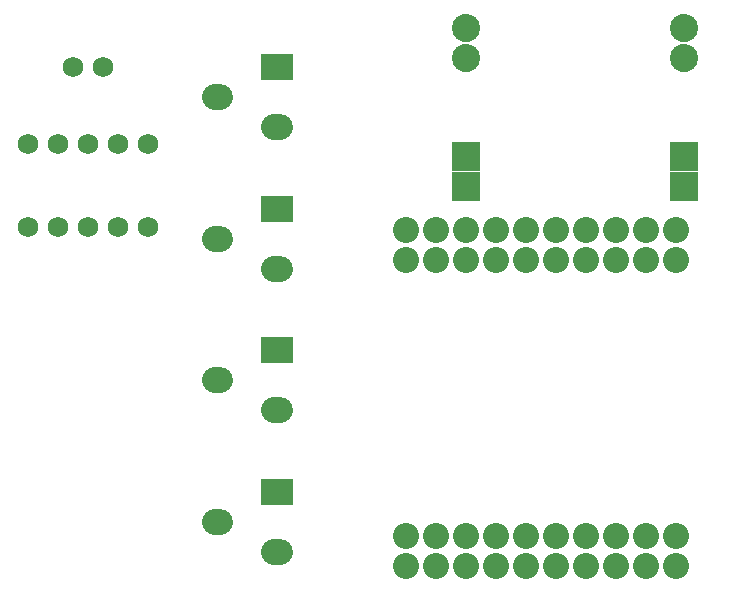
<source format=gts>
G04 Layer: TopSolderMaskLayer*
G04 EasyEDA v6.4.25, 2021-10-28T21:29:07+02:00*
G04 1e849160e92242f7ba3bdc0c984c9892,d4fee26373094fa09ce5a0d27c2d2193,10*
G04 Gerber Generator version 0.2*
G04 Scale: 100 percent, Rotated: No, Reflected: No *
G04 Dimensions in millimeters *
G04 leading zeros omitted , absolute positions ,4 integer and 5 decimal *
%FSLAX45Y45*%
%MOMM*%

%ADD22C,2.2032*%
%ADD23C,1.7272*%
%ADD26C,2.3872*%

%LPD*%
D22*
X2524996Y-4653991D02*
G01*
X2474996Y-4653991D01*
X2024994Y-4399991D02*
G01*
X1974997Y-4399991D01*
X2524996Y-3453993D02*
G01*
X2474996Y-3453993D01*
X2024994Y-3199993D02*
G01*
X1974997Y-3199993D01*
X2524996Y-2253995D02*
G01*
X2474996Y-2253995D01*
X2024994Y-1999995D02*
G01*
X1974997Y-1999995D01*
X2524996Y-1053998D02*
G01*
X2474996Y-1053998D01*
X2024994Y-799998D02*
G01*
X1974997Y-799998D01*
G01*
X3599611Y-2180589D03*
G01*
X3853611Y-2180589D03*
G01*
X4107611Y-2180589D03*
G01*
X4361611Y-2180589D03*
G01*
X4615611Y-2180589D03*
G01*
X4869611Y-2180589D03*
G01*
X5123611Y-2180589D03*
G01*
X5377611Y-2180589D03*
G01*
X5885611Y-2180589D03*
G01*
X5631611Y-2180589D03*
G01*
X3599611Y-4517389D03*
G01*
X3853611Y-4517389D03*
G01*
X4107611Y-4517389D03*
G01*
X4361611Y-4517389D03*
G01*
X4615611Y-4517389D03*
G01*
X4869611Y-4517389D03*
G01*
X5123611Y-4517389D03*
G01*
X5377611Y-4517389D03*
G01*
X5885611Y-4517389D03*
G01*
X5631611Y-4517389D03*
G01*
X3599611Y-4771389D03*
G01*
X3853611Y-4771389D03*
G01*
X4107611Y-4771389D03*
G01*
X4361611Y-4771389D03*
G01*
X4615611Y-4771389D03*
G01*
X4869611Y-4771389D03*
G01*
X5123611Y-4771389D03*
G01*
X5377611Y-4771389D03*
G01*
X5631611Y-4771389D03*
G01*
X5885611Y-4771389D03*
G01*
X3599611Y-1926589D03*
G01*
X3853611Y-1926589D03*
G01*
X4107611Y-1926589D03*
G01*
X4361611Y-1926589D03*
G01*
X4615611Y-1926589D03*
G01*
X4869611Y-1926589D03*
G01*
X5123611Y-1926589D03*
G01*
X5377611Y-1926589D03*
G01*
X5631611Y-1926589D03*
G01*
X5885611Y-1926589D03*
D23*
G01*
X391998Y-1899996D03*
G01*
X645998Y-1899996D03*
G01*
X899998Y-1899996D03*
G01*
X1153998Y-1899996D03*
G01*
X1407998Y-1899996D03*
G01*
X391998Y-1199997D03*
G01*
X645998Y-1199997D03*
G01*
X899998Y-1199997D03*
G01*
X1153998Y-1199997D03*
G01*
X1407998Y-1199997D03*
G36*
X2364993Y-4256278D02*
G01*
X2364993Y-4035805D01*
X2635250Y-4035805D01*
X2635250Y-4256278D01*
G37*
G36*
X2364993Y-3056128D02*
G01*
X2364993Y-2835655D01*
X2635250Y-2835655D01*
X2635250Y-3056128D01*
G37*
G36*
X2364993Y-1856231D02*
G01*
X2364993Y-1635760D01*
X2635250Y-1635760D01*
X2635250Y-1856231D01*
G37*
G36*
X2364993Y-656336D02*
G01*
X2364993Y-435863D01*
X2635250Y-435863D01*
X2635250Y-656336D01*
G37*
G36*
X3982720Y-1679447D02*
G01*
X3982720Y-1440687D01*
X4221479Y-1440687D01*
X4221479Y-1679447D01*
G37*
G36*
X3982720Y-1425447D02*
G01*
X3982720Y-1186687D01*
X4221479Y-1186687D01*
X4221479Y-1425447D01*
G37*
D26*
G01*
X4102100Y-470001D03*
G01*
X4102100Y-216001D03*
G36*
X5832856Y-1679447D02*
G01*
X5832856Y-1440687D01*
X6071361Y-1440687D01*
X6071361Y-1679447D01*
G37*
G36*
X5832856Y-1425447D02*
G01*
X5832856Y-1186687D01*
X6071361Y-1186687D01*
X6071361Y-1425447D01*
G37*
G01*
X5952109Y-470001D03*
G01*
X5952109Y-216001D03*
D23*
G01*
X772998Y-550011D03*
G01*
X1026998Y-550011D03*
M02*

</source>
